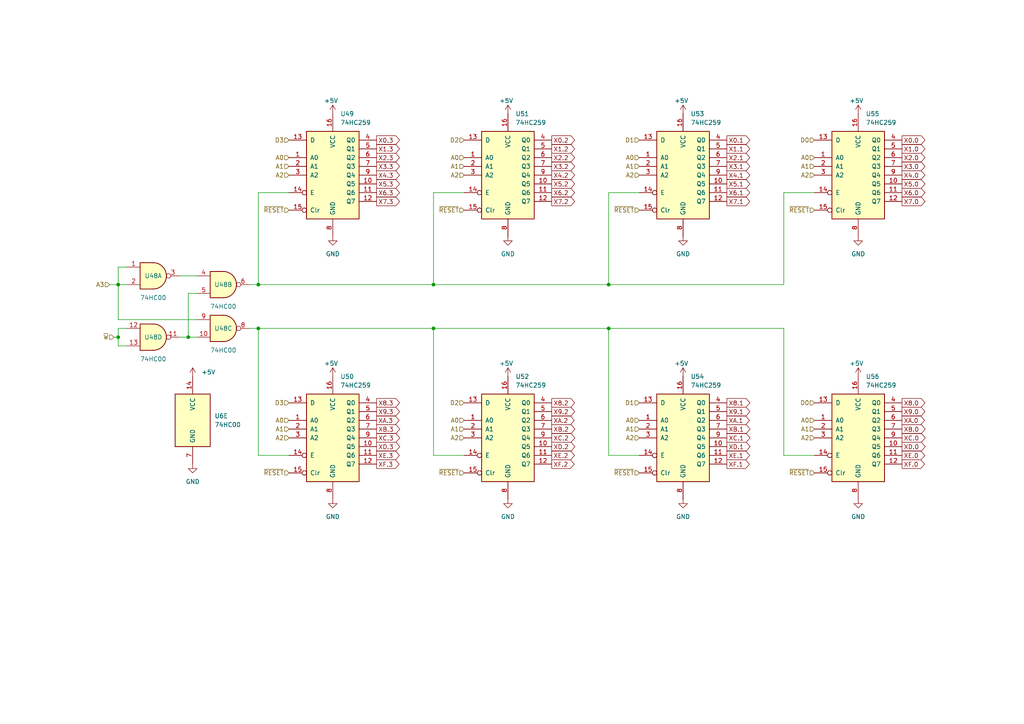
<source format=kicad_sch>
(kicad_sch (version 20250114) (generator "eeschema") (generator_version "9.0")
  (paper "A4")
  (lib_symbols
    (symbol "74xx:74HC00" (pin_names (offset 1.016))
      (property "Reference" "U" (at 0 1.27 0))
      (property "Value" "74HC00" (at 0 -1.27 0))
      (symbol "74HC00_1_1"
        (arc (start 0 3.81) (mid 3.7934 0) (end 0 -3.81) (stroke (width 0.254)) (fill (type background)))
        (polyline (pts (xy 0 3.81) (xy -3.81 3.81) (xy -3.81 -3.81) (xy 0 -3.81)) (stroke (width 0.254)) (fill (type background)))
        (pin input line (at -7.62 2.54 0) (length 3.81) (name "~") (number "1"))
        (pin input line (at -7.62 -2.54 0) (length 3.81) (name "~") (number "2"))
        (pin output inverted (at 7.62 0 180) (length 3.81) (name "~") (number "3"))
      )
      (symbol "74HC00_1_2"
        (arc (start -3.81 3.81) (mid -2.589 0) (end -3.81 -3.81) (stroke (width 0.254)))
        (polyline (pts (xy -3.81 3.81) (xy -0.635 3.81)) (stroke (width 0.254)) (fill (type background)))
        (polyline (pts (xy -3.81 -3.81) (xy -0.635 -3.81)) (stroke (width 0.254)) (fill (type background)))
        (arc (start 3.81 0) (mid 2.1855 -2.584) (end -0.6096 -3.81) (stroke (width 0.254)) (fill (type background)))
        (arc (start -0.6096 3.81) (mid 2.1928 2.5924) (end 3.81 0) (stroke (width 0.254)) (fill (type background)))
        (polyline (pts (xy -0.635 3.81) (xy -3.81 3.81) (xy -3.81 3.81) (xy -3.556 3.4036) (xy -3.0226 2.2606) (xy -2.6924 1.0414) (xy -2.6162 -0.254) (xy -2.7686 -1.4986) (xy -3.175 -2.7178) (xy -3.81 -3.81) (xy -3.81 -3.81) (xy -0.635 -3.81)) (stroke (width -25.4)) (fill (type background)))
        (pin input inverted (at -7.62 2.54 0) (length 4.318) (name "~") (number "1"))
        (pin input inverted (at -7.62 -2.54 0) (length 4.318) (name "~") (number "2"))
        (pin output line (at 7.62 0 180) (length 3.81) (name "~") (number "3"))
      )
      (symbol "74HC00_2_1"
        (arc (start 0 3.81) (mid 3.7934 0) (end 0 -3.81) (stroke (width 0.254)) (fill (type background)))
        (polyline (pts (xy 0 3.81) (xy -3.81 3.81) (xy -3.81 -3.81) (xy 0 -3.81)) (stroke (width 0.254)) (fill (type background)))
        (pin input line (at -7.62 2.54 0) (length 3.81) (name "~") (number "4"))
        (pin input line (at -7.62 -2.54 0) (length 3.81) (name "~") (number "5"))
        (pin output inverted (at 7.62 0 180) (length 3.81) (name "~") (number "6"))
      )
      (symbol "74HC00_2_2"
        (arc (start -3.81 3.81) (mid -2.589 0) (end -3.81 -3.81) (stroke (width 0.254)))
        (polyline (pts (xy -3.81 3.81) (xy -0.635 3.81)) (stroke (width 0.254)) (fill (type background)))
        (polyline (pts (xy -3.81 -3.81) (xy -0.635 -3.81)) (stroke (width 0.254)) (fill (type background)))
        (arc (start 3.81 0) (mid 2.1855 -2.584) (end -0.6096 -3.81) (stroke (width 0.254)) (fill (type background)))
        (arc (start -0.6096 3.81) (mid 2.1928 2.5924) (end 3.81 0) (stroke (width 0.254)) (fill (type background)))
        (polyline (pts (xy -0.635 3.81) (xy -3.81 3.81) (xy -3.81 3.81) (xy -3.556 3.4036) (xy -3.0226 2.2606) (xy -2.6924 1.0414) (xy -2.6162 -0.254) (xy -2.7686 -1.4986) (xy -3.175 -2.7178) (xy -3.81 -3.81) (xy -3.81 -3.81) (xy -0.635 -3.81)) (stroke (width -25.4)) (fill (type background)))
        (pin input inverted (at -7.62 2.54 0) (length 4.318) (name "~") (number "4"))
        (pin input inverted (at -7.62 -2.54 0) (length 4.318) (name "~") (number "5"))
        (pin output line (at 7.62 0 180) (length 3.81) (name "~") (number "6"))
      )
      (symbol "74HC00_3_1"
        (arc (start 0 3.81) (mid 3.7934 0) (end 0 -3.81) (stroke (width 0.254)) (fill (type background)))
        (polyline (pts (xy 0 3.81) (xy -3.81 3.81) (xy -3.81 -3.81) (xy 0 -3.81)) (stroke (width 0.254)) (fill (type background)))
        (pin input line (at -7.62 2.54 0) (length 3.81) (name "~") (number "9"))
        (pin input line (at -7.62 -2.54 0) (length 3.81) (name "~") (number "10"))
        (pin output inverted (at 7.62 0 180) (length 3.81) (name "~") (number "8"))
      )
      (symbol "74HC00_3_2"
        (arc (start -3.81 3.81) (mid -2.589 0) (end -3.81 -3.81) (stroke (width 0.254)))
        (polyline (pts (xy -3.81 3.81) (xy -0.635 3.81)) (stroke (width 0.254)) (fill (type background)))
        (polyline (pts (xy -3.81 -3.81) (xy -0.635 -3.81)) (stroke (width 0.254)) (fill (type background)))
        (arc (start 3.81 0) (mid 2.1855 -2.584) (end -0.6096 -3.81) (stroke (width 0.254)) (fill (type background)))
        (arc (start -0.6096 3.81) (mid 2.1928 2.5924) (end 3.81 0) (stroke (width 0.254)) (fill (type background)))
        (polyline (pts (xy -0.635 3.81) (xy -3.81 3.81) (xy -3.81 3.81) (xy -3.556 3.4036) (xy -3.0226 2.2606) (xy -2.6924 1.0414) (xy -2.6162 -0.254) (xy -2.7686 -1.4986) (xy -3.175 -2.7178) (xy -3.81 -3.81) (xy -3.81 -3.81) (xy -0.635 -3.81)) (stroke (width -25.4)) (fill (type background)))
        (pin input inverted (at -7.62 2.54 0) (length 4.318) (name "~") (number "9"))
        (pin input inverted (at -7.62 -2.54 0) (length 4.318) (name "~") (number "10"))
        (pin output line (at 7.62 0 180) (length 3.81) (name "~") (number "8"))
      )
      (symbol "74HC00_4_1"
        (arc (start 0 3.81) (mid 3.7934 0) (end 0 -3.81) (stroke (width 0.254)) (fill (type background)))
        (polyline (pts (xy 0 3.81) (xy -3.81 3.81) (xy -3.81 -3.81) (xy 0 -3.81)) (stroke (width 0.254)) (fill (type background)))
        (pin input line (at -7.62 2.54 0) (length 3.81) (name "~") (number "12"))
        (pin input line (at -7.62 -2.54 0) (length 3.81) (name "~") (number "13"))
        (pin output inverted (at 7.62 0 180) (length 3.81) (name "~") (number "11"))
      )
      (symbol "74HC00_4_2"
        (arc (start -3.81 3.81) (mid -2.589 0) (end -3.81 -3.81) (stroke (width 0.254)))
        (polyline (pts (xy -3.81 3.81) (xy -0.635 3.81)) (stroke (width 0.254)) (fill (type background)))
        (polyline (pts (xy -3.81 -3.81) (xy -0.635 -3.81)) (stroke (width 0.254)) (fill (type background)))
        (arc (start 3.81 0) (mid 2.1855 -2.584) (end -0.6096 -3.81) (stroke (width 0.254)) (fill (type background)))
        (arc (start -0.6096 3.81) (mid 2.1928 2.5924) (end 3.81 0) (stroke (width 0.254)) (fill (type background)))
        (polyline (pts (xy -0.635 3.81) (xy -3.81 3.81) (xy -3.81 3.81) (xy -3.556 3.4036) (xy -3.0226 2.2606) (xy -2.6924 1.0414) (xy -2.6162 -0.254) (xy -2.7686 -1.4986) (xy -3.175 -2.7178) (xy -3.81 -3.81) (xy -3.81 -3.81) (xy -0.635 -3.81)) (stroke (width -25.4)) (fill (type background)))
        (pin input inverted (at -7.62 2.54 0) (length 4.318) (name "~") (number "12"))
        (pin input inverted (at -7.62 -2.54 0) (length 4.318) (name "~") (number "13"))
        (pin output line (at 7.62 0 180) (length 3.81) (name "~") (number "11"))
      )
      (symbol "74HC00_5_0"
        (pin power_in line (at 0 12.7 270) (length 5.08) (name "VCC") (number "14"))
        (pin power_in line (at 0 -12.7 90) (length 5.08) (name "GND") (number "7"))
      )
      (symbol "74HC00_5_1"
        (rectangle (start -5.08 7.62) (end 5.08 -7.62) (stroke (width 0.254)) (fill (type background)))
      )
    )
    (symbol "74xx:74LS259" (pin_names (offset 1.016))
      (property "Reference" "U" (at -7.62 13.97 0))
      (property "Value" "74LS259" (at -7.62 -13.97 0))
      (symbol "74LS259_1_0"
        (pin input line (at -12.7 10.16 0) (length 5.08) (name "D") (number "13"))
        (pin input line (at -12.7 5.08 0) (length 5.08) (name "A0") (number "1"))
        (pin input line (at -12.7 2.54 0) (length 5.08) (name "A1") (number "2"))
        (pin input line (at -12.7 0 0) (length 5.08) (name "A2") (number "3"))
        (pin input inverted (at -12.7 -5.08 0) (length 5.08) (name "E") (number "14"))
        (pin input inverted (at -12.7 -10.16 0) (length 5.08) (name "Clr") (number "15"))
        (pin power_in line (at 0 17.78 270) (length 5.08) (name "VCC") (number "16"))
        (pin power_in line (at 0 -17.78 90) (length 5.08) (name "GND") (number "8"))
        (pin output line (at 12.7 10.16 180) (length 5.08) (name "Q0") (number "4"))
        (pin output line (at 12.7 7.62 180) (length 5.08) (name "Q1") (number "5"))
        (pin output line (at 12.7 5.08 180) (length 5.08) (name "Q2") (number "6"))
        (pin output line (at 12.7 2.54 180) (length 5.08) (name "Q3") (number "7"))
        (pin output line (at 12.7 0 180) (length 5.08) (name "Q4") (number "9"))
        (pin output line (at 12.7 -2.54 180) (length 5.08) (name "Q5") (number "10"))
        (pin output line (at 12.7 -5.08 180) (length 5.08) (name "Q6") (number "11"))
        (pin output line (at 12.7 -7.62 180) (length 5.08) (name "Q7") (number "12"))
      )
      (symbol "74LS259_1_1"
        (rectangle (start -7.62 12.7) (end 7.62 -12.7) (stroke (width 0.254)) (fill (type background)))
      )
    )
    (symbol "power:+5V" (power) (pin_numbers (hide yes)) (pin_names (offset 0) (hide yes))
      (property "Value" "+5V" (at 0 3.556 0))
      (symbol "+5V_0_1"
        (polyline (pts (xy -0.762 1.27) (xy 0 2.54)))
        (polyline (pts (xy 0 2.54) (xy 0.762 1.27)))
        (polyline (pts (xy 0 0) (xy 0 2.54)))
      )
      (symbol "+5V_1_1"
        (pin power_in line (at 0 0 90) (length 0) (name "~") (number "1"))
      )
    )
    (symbol "power:GND" (power) (pin_numbers (hide yes)) (pin_names (offset 0) (hide yes))
      (property "Value" "GND" (at 0 -3.81 0))
      (symbol "GND_0_1"
        (polyline (pts (xy 0 0) (xy 0 -1.27) (xy 1.27 -1.27) (xy 0 -2.54) (xy -1.27 -1.27) (xy 0 -1.27)))
      )
      (symbol "GND_1_1"
        (pin power_in line (at 0 0 270) (length 0) (name "~") (number "1"))
      )
    )
  )
  (junction (at 74.93 82.55))
  (junction (at 125.73 82.55))
  (junction (at 176.53 95.25))
  (junction (at 74.93 95.25))
  (junction (at 34.29 97.79))
  (junction (at 176.53 82.55))
  (junction (at 54.61 97.79))
  (junction (at 125.73 95.25))
  (junction (at 34.29 82.55))
  (wire (pts (xy 125.73 95.25) (xy 125.73 132.08)))
  (wire (pts (xy 74.93 55.88) (xy 74.93 82.55)))
  (wire (pts (xy 74.93 82.55) (xy 72.39 82.55)))
  (wire (pts (xy 74.93 95.25) (xy 125.73 95.25)))
  (wire (pts (xy 34.29 95.25) (xy 34.29 97.79)))
  (wire (pts (xy 125.73 82.55) (xy 74.93 82.55)))
  (wire (pts (xy 125.73 132.08) (xy 134.62 132.08)))
  (wire (pts (xy 34.29 92.71) (xy 57.15 92.71)))
  (wire (pts (xy 83.82 55.88) (xy 74.93 55.88)))
  (wire (pts (xy 125.73 95.25) (xy 176.53 95.25)))
  (wire (pts (xy 52.07 80.01) (xy 57.15 80.01)))
  (wire (pts (xy 134.62 55.88) (xy 125.73 55.88)))
  (wire (pts (xy 176.53 95.25) (xy 176.53 132.08)))
  (wire (pts (xy 34.29 97.79) (xy 34.29 100.33)))
  (wire (pts (xy 54.61 85.09) (xy 57.15 85.09)))
  (wire (pts (xy 176.53 132.08) (xy 185.42 132.08)))
  (wire (pts (xy 34.29 77.47) (xy 36.83 77.47)))
  (wire (pts (xy 36.83 82.55) (xy 34.29 82.55)))
  (wire (pts (xy 54.61 97.79) (xy 57.15 97.79)))
  (wire (pts (xy 176.53 55.88) (xy 176.53 82.55)))
  (wire (pts (xy 176.53 95.25) (xy 227.33 95.25)))
  (wire (pts (xy 54.61 85.09) (xy 54.61 97.79)))
  (wire (pts (xy 125.73 55.88) (xy 125.73 82.55)))
  (wire (pts (xy 54.61 97.79) (xy 52.07 97.79)))
  (wire (pts (xy 185.42 55.88) (xy 176.53 55.88)))
  (wire (pts (xy 227.33 95.25) (xy 227.33 132.08)))
  (wire (pts (xy 34.29 82.55) (xy 34.29 77.47)))
  (wire (pts (xy 31.75 82.55) (xy 34.29 82.55)))
  (wire (pts (xy 33.02 97.79) (xy 34.29 97.79)))
  (wire (pts (xy 74.93 132.08) (xy 83.82 132.08)))
  (wire (pts (xy 34.29 82.55) (xy 34.29 92.71)))
  (wire (pts (xy 227.33 82.55) (xy 176.53 82.55)))
  (wire (pts (xy 36.83 95.25) (xy 34.29 95.25)))
  (wire (pts (xy 72.39 95.25) (xy 74.93 95.25)))
  (wire (pts (xy 176.53 82.55) (xy 125.73 82.55)))
  (wire (pts (xy 227.33 132.08) (xy 236.22 132.08)))
  (wire (pts (xy 74.93 95.25) (xy 74.93 132.08)))
  (wire (pts (xy 227.33 55.88) (xy 227.33 82.55)))
  (wire (pts (xy 236.22 55.88) (xy 227.33 55.88)))
  (wire (pts (xy 34.29 100.33) (xy 36.83 100.33)))
  (global_label "X7.2" (shape output) (at 160.02 58.42 0) (property "Intersheetrefs" "${INTERSHEET_REFS}" (effects (hide yes))))
  (global_label "X2.1" (shape output) (at 210.82 45.72 0) (property "Intersheetrefs" "${INTERSHEET_REFS}" (effects (hide yes))))
  (global_label "X8.2" (shape output) (at 160.02 116.84 0) (property "Intersheetrefs" "${INTERSHEET_REFS}" (effects (hide yes))))
  (global_label "X1.1" (shape output) (at 210.82 43.18 0) (property "Intersheetrefs" "${INTERSHEET_REFS}" (effects (hide yes))))
  (global_label "X4.2" (shape output) (at 160.02 50.8 0) (property "Intersheetrefs" "${INTERSHEET_REFS}" (effects (hide yes))))
  (global_label "X5.0" (shape output) (at 261.62 53.34 0) (property "Intersheetrefs" "${INTERSHEET_REFS}" (effects (hide yes))))
  (global_label "X4.3" (shape output) (at 109.22 50.8 0) (property "Intersheetrefs" "${INTERSHEET_REFS}" (effects (hide yes))))
  (global_label "X9.1" (shape output) (at 210.82 119.38 0) (property "Intersheetrefs" "${INTERSHEET_REFS}" (effects (hide yes))))
  (global_label "X9.3" (shape output) (at 109.22 119.38 0) (property "Intersheetrefs" "${INTERSHEET_REFS}" (effects (hide yes))))
  (global_label "X7.0" (shape output) (at 261.62 58.42 0) (property "Intersheetrefs" "${INTERSHEET_REFS}" (effects (hide yes))))
  (global_label "XE.2" (shape output) (at 160.02 132.08 0) (property "Intersheetrefs" "${INTERSHEET_REFS}" (effects (hide yes))))
  (global_label "X5.2" (shape output) (at 160.02 53.34 0) (property "Intersheetrefs" "${INTERSHEET_REFS}" (effects (hide yes))))
  (global_label "XA.2" (shape output) (at 160.02 121.92 0) (property "Intersheetrefs" "${INTERSHEET_REFS}" (effects (hide yes))))
  (global_label "XA.1" (shape output) (at 210.82 121.92 0) (property "Intersheetrefs" "${INTERSHEET_REFS}" (effects (hide yes))))
  (global_label "X1.3" (shape output) (at 109.22 43.18 0) (property "Intersheetrefs" "${INTERSHEET_REFS}" (effects (hide yes))))
  (global_label "X6.3" (shape output) (at 109.22 55.88 0) (property "Intersheetrefs" "${INTERSHEET_REFS}" (effects (hide yes))))
  (global_label "X3.2" (shape output) (at 160.02 48.26 0) (property "Intersheetrefs" "${INTERSHEET_REFS}" (effects (hide yes))))
  (global_label "X8.3" (shape output) (at 109.22 116.84 0) (property "Intersheetrefs" "${INTERSHEET_REFS}" (effects (hide yes))))
  (global_label "XD.3" (shape output) (at 109.22 129.54 0) (property "Intersheetrefs" "${INTERSHEET_REFS}" (effects (hide yes))))
  (global_label "XF.1" (shape output) (at 210.82 134.62 0) (property "Intersheetrefs" "${INTERSHEET_REFS}" (effects (hide yes))))
  (global_label "X8.1" (shape output) (at 210.82 116.84 0) (property "Intersheetrefs" "${INTERSHEET_REFS}" (effects (hide yes))))
  (global_label "XA.0" (shape output) (at 261.62 121.92 0) (property "Intersheetrefs" "${INTERSHEET_REFS}" (effects (hide yes))))
  (global_label "XF.0" (shape output) (at 261.62 134.62 0) (property "Intersheetrefs" "${INTERSHEET_REFS}" (effects (hide yes))))
  (global_label "X4.0" (shape output) (at 261.62 50.8 0) (property "Intersheetrefs" "${INTERSHEET_REFS}" (effects (hide yes))))
  (global_label "X9.2" (shape output) (at 160.02 119.38 0) (property "Intersheetrefs" "${INTERSHEET_REFS}" (effects (hide yes))))
  (global_label "XD.0" (shape output) (at 261.62 129.54 0) (property "Intersheetrefs" "${INTERSHEET_REFS}" (effects (hide yes))))
  (global_label "X7.3" (shape output) (at 109.22 58.42 0) (property "Intersheetrefs" "${INTERSHEET_REFS}" (effects (hide yes))))
  (global_label "XB.3" (shape output) (at 109.22 124.46 0) (property "Intersheetrefs" "${INTERSHEET_REFS}" (effects (hide yes))))
  (global_label "XE.0" (shape output) (at 261.62 132.08 0) (property "Intersheetrefs" "${INTERSHEET_REFS}" (effects (hide yes))))
  (global_label "XB.0" (shape output) (at 261.62 124.46 0) (property "Intersheetrefs" "${INTERSHEET_REFS}" (effects (hide yes))))
  (global_label "XF.3" (shape output) (at 109.22 134.62 0) (property "Intersheetrefs" "${INTERSHEET_REFS}" (effects (hide yes))))
  (global_label "XA.3" (shape output) (at 109.22 121.92 0) (property "Intersheetrefs" "${INTERSHEET_REFS}" (effects (hide yes))))
  (global_label "XC.3" (shape output) (at 109.22 127 0) (property "Intersheetrefs" "${INTERSHEET_REFS}" (effects (hide yes))))
  (global_label "X3.0" (shape output) (at 261.62 48.26 0) (property "Intersheetrefs" "${INTERSHEET_REFS}" (effects (hide yes))))
  (global_label "X1.0" (shape output) (at 261.62 43.18 0) (property "Intersheetrefs" "${INTERSHEET_REFS}" (effects (hide yes))))
  (global_label "X6.1" (shape output) (at 210.82 55.88 0) (property "Intersheetrefs" "${INTERSHEET_REFS}" (effects (hide yes))))
  (global_label "XD.1" (shape output) (at 210.82 129.54 0) (property "Intersheetrefs" "${INTERSHEET_REFS}" (effects (hide yes))))
  (global_label "X0.0" (shape output) (at 261.62 40.64 0) (property "Intersheetrefs" "${INTERSHEET_REFS}" (effects (hide yes))))
  (global_label "XB.1" (shape output) (at 210.82 124.46 0) (property "Intersheetrefs" "${INTERSHEET_REFS}" (effects (hide yes))))
  (global_label "XE.1" (shape output) (at 210.82 132.08 0) (property "Intersheetrefs" "${INTERSHEET_REFS}" (effects (hide yes))))
  (global_label "XF.2" (shape output) (at 160.02 134.62 0) (property "Intersheetrefs" "${INTERSHEET_REFS}" (effects (hide yes))))
  (global_label "X2.2" (shape output) (at 160.02 45.72 0) (property "Intersheetrefs" "${INTERSHEET_REFS}" (effects (hide yes))))
  (global_label "XB.2" (shape output) (at 160.02 124.46 0) (property "Intersheetrefs" "${INTERSHEET_REFS}" (effects (hide yes))))
  (global_label "X6.2" (shape output) (at 160.02 55.88 0) (property "Intersheetrefs" "${INTERSHEET_REFS}" (effects (hide yes))))
  (global_label "X7.1" (shape output) (at 210.82 58.42 0) (property "Intersheetrefs" "${INTERSHEET_REFS}" (effects (hide yes))))
  (global_label "X4.1" (shape output) (at 210.82 50.8 0) (property "Intersheetrefs" "${INTERSHEET_REFS}" (effects (hide yes))))
  (global_label "XD.2" (shape output) (at 160.02 129.54 0) (property "Intersheetrefs" "${INTERSHEET_REFS}" (effects (hide yes))))
  (global_label "X2.3" (shape output) (at 109.22 45.72 0) (property "Intersheetrefs" "${INTERSHEET_REFS}" (effects (hide yes))))
  (global_label "X9.0" (shape output) (at 261.62 119.38 0) (property "Intersheetrefs" "${INTERSHEET_REFS}" (effects (hide yes))))
  (global_label "XC.0" (shape output) (at 261.62 127 0) (property "Intersheetrefs" "${INTERSHEET_REFS}" (effects (hide yes))))
  (global_label "XC.2" (shape output) (at 160.02 127 0) (property "Intersheetrefs" "${INTERSHEET_REFS}" (effects (hide yes))))
  (global_label "X0.1" (shape output) (at 210.82 40.64 0) (property "Intersheetrefs" "${INTERSHEET_REFS}" (effects (hide yes))))
  (global_label "XE.3" (shape output) (at 109.22 132.08 0) (property "Intersheetrefs" "${INTERSHEET_REFS}" (effects (hide yes))))
  (global_label "XC.1" (shape output) (at 210.82 127 0) (property "Intersheetrefs" "${INTERSHEET_REFS}" (effects (hide yes))))
  (global_label "X3.3" (shape output) (at 109.22 48.26 0) (property "Intersheetrefs" "${INTERSHEET_REFS}" (effects (hide yes))))
  (global_label "X0.3" (shape output) (at 109.22 40.64 0) (property "Intersheetrefs" "${INTERSHEET_REFS}" (effects (hide yes))))
  (global_label "X2.0" (shape output) (at 261.62 45.72 0) (property "Intersheetrefs" "${INTERSHEET_REFS}" (effects (hide yes))))
  (global_label "X3.1" (shape output) (at 210.82 48.26 0) (property "Intersheetrefs" "${INTERSHEET_REFS}" (effects (hide yes))))
  (global_label "X5.3" (shape output) (at 109.22 53.34 0) (property "Intersheetrefs" "${INTERSHEET_REFS}" (effects (hide yes))))
  (global_label "X5.1" (shape output) (at 210.82 53.34 0) (property "Intersheetrefs" "${INTERSHEET_REFS}" (effects (hide yes))))
  (global_label "X0.2" (shape output) (at 160.02 40.64 0) (property "Intersheetrefs" "${INTERSHEET_REFS}" (effects (hide yes))))
  (global_label "X8.0" (shape output) (at 261.62 116.84 0) (property "Intersheetrefs" "${INTERSHEET_REFS}" (effects (hide yes))))
  (global_label "X1.2" (shape output) (at 160.02 43.18 0) (property "Intersheetrefs" "${INTERSHEET_REFS}" (effects (hide yes))))
  (global_label "X6.0" (shape output) (at 261.62 55.88 0) (property "Intersheetrefs" "${INTERSHEET_REFS}" (effects (hide yes))))
  (hierarchical_label "A1" (shape input) (at 83.82 48.26 180))
  (hierarchical_label "A2" (shape input) (at 83.82 127 180))
  (hierarchical_label "~{RESET}" (shape input) (at 236.22 60.96 180))
  (hierarchical_label "A0" (shape input) (at 83.82 121.92 180))
  (hierarchical_label "~{RESET}" (shape input) (at 134.62 137.16 180))
  (hierarchical_label "A0" (shape input) (at 134.62 121.92 180))
  (hierarchical_label "~{RESET}" (shape input) (at 83.82 137.16 180))
  (hierarchical_label "A2" (shape input) (at 185.42 50.8 180))
  (hierarchical_label "A0" (shape input) (at 236.22 121.92 180))
  (hierarchical_label "~{RESET}" (shape input) (at 236.22 137.16 180))
  (hierarchical_label "A0" (shape input) (at 83.82 45.72 180))
  (hierarchical_label "A0" (shape input) (at 236.22 45.72 180))
  (hierarchical_label "~{W}" (shape input) (at 33.02 97.79 180))
  (hierarchical_label "D1" (shape input) (at 185.42 116.84 180))
  (hierarchical_label "D0" (shape input) (at 236.22 40.64 180))
  (hierarchical_label "A2" (shape input) (at 236.22 127 180))
  (hierarchical_label "A1" (shape input) (at 236.22 124.46 180))
  (hierarchical_label "~{RESET}" (shape input) (at 185.42 137.16 180))
  (hierarchical_label "A2" (shape input) (at 185.42 127 180))
  (hierarchical_label "D3" (shape input) (at 83.82 40.64 180))
  (hierarchical_label "A0" (shape input) (at 185.42 121.92 180))
  (hierarchical_label "A2" (shape input) (at 236.22 50.8 180))
  (hierarchical_label "A1" (shape input) (at 134.62 48.26 180))
  (hierarchical_label "A1" (shape input) (at 83.82 124.46 180))
  (hierarchical_label "A1" (shape input) (at 185.42 48.26 180))
  (hierarchical_label "A2" (shape input) (at 134.62 50.8 180))
  (hierarchical_label "D1" (shape input) (at 185.42 40.64 180))
  (hierarchical_label "A1" (shape input) (at 185.42 124.46 180))
  (hierarchical_label "D2" (shape input) (at 134.62 116.84 180))
  (hierarchical_label "A2" (shape input) (at 83.82 50.8 180))
  (hierarchical_label "A3" (shape input) (at 31.75 82.55 180))
  (hierarchical_label "~{RESET}" (shape input) (at 185.42 60.96 180))
  (hierarchical_label "~{RESET}" (shape input) (at 134.62 60.96 180))
  (hierarchical_label "D2" (shape input) (at 134.62 40.64 180))
  (hierarchical_label "A0" (shape input) (at 185.42 45.72 180))
  (hierarchical_label "~{RESET}" (shape input) (at 83.82 60.96 180))
  (hierarchical_label "D0" (shape input) (at 236.22 116.84 180))
  (hierarchical_label "A0" (shape input) (at 134.62 45.72 180))
  (hierarchical_label "A2" (shape input) (at 134.62 127 180))
  (hierarchical_label "A1" (shape input) (at 134.62 124.46 180))
  (hierarchical_label "D3" (shape input) (at 83.82 116.84 180))
  (hierarchical_label "A1" (shape input) (at 236.22 48.26 180))
  (symbol (lib_id "power:GND") (at 147.32 68.58 0) (unit 1)
    (property "Reference" "#PWR0191" (effects (hide yes)))
    (property "Value" "GND" (at 147.32 73.66 0))
    (property "Description" "Power symbol creates a global label with name \"GND\" , ground" (effects (hide yes)))
  )
  (symbol (lib_id "power:GND") (at 198.12 68.58 0) (unit 1)
    (property "Reference" "#PWR0195" (effects (hide yes)))
    (property "Value" "GND" (at 198.12 73.66 0))
    (property "Description" "Power symbol creates a global label with name \"GND\" , ground" (effects (hide yes)))
  )
  (symbol (lib_id "power:GND") (at 147.32 144.78 0) (unit 1)
    (property "Reference" "#PWR0193" (effects (hide yes)))
    (property "Value" "GND" (at 147.32 149.86 0))
    (property "Description" "Power symbol creates a global label with name \"GND\" , ground" (effects (hide yes)))
  )
  (symbol (lib_id "power:GND") (at 55.88 134.62 0) (unit 1)
    (property "Reference" "#PWR0185" (effects (hide yes)))
    (property "Value" "GND" (at 55.88 139.7 0))
    (property "Description" "Power symbol creates a global label with name \"GND\" , ground" (effects (hide yes)))
  )
  (symbol (lib_id "74xx:74HC00") (at 44.45 80.01 0) (unit 1)
    (property "Reference" "U48" (at 44.45 80.01 0))
    (property "Value" "74HC00" (at 44.45 86.36 0))
    (property "Datasheet" "http://www.ti.com/lit/gpn/sn74hc00" (effects (hide yes)))
    (property "Description" "quad 2-input NAND gate" (effects (hide yes)))
  )
  (symbol (lib_id "power:GND") (at 248.92 68.58 0) (unit 1)
    (property "Reference" "#PWR0199" (effects (hide yes)))
    (property "Value" "GND" (at 248.92 73.66 0))
    (property "Description" "Power symbol creates a global label with name \"GND\" , ground" (effects (hide yes)))
  )
  (symbol (lib_id "power:+5V") (at 198.12 33.02 0) (unit 1)
    (property "Reference" "#PWR0194" (effects (hide yes)))
    (property "Value" "+5V" (at 195.58 29.21 0) (effects (justify left)))
    (property "Description" "Power symbol creates a global label with name \"+5V\"" (effects (hide yes)))
  )
  (symbol (lib_id "74xx:74LS259") (at 147.32 127 0) (unit 1)
    (property "Reference" "U52" (at 149.5141 109.22 0) (effects (justify left)))
    (property "Value" "74HC259" (at 149.5141 111.76 0) (effects (justify left)))
    (property "Datasheet" "http://www.ti.com/lit/gpn/sn74LS259" (effects (hide yes)))
    (property "Description" "8-bit addressable latch" (effects (hide yes)))
  )
  (symbol (lib_id "74xx:74LS259") (at 248.92 127 0) (unit 1)
    (property "Reference" "U56" (at 251.1141 109.22 0) (effects (justify left)))
    (property "Value" "74HC259" (at 251.1141 111.76 0) (effects (justify left)))
    (property "Datasheet" "http://www.ti.com/lit/gpn/sn74LS259" (effects (hide yes)))
    (property "Description" "8-bit addressable latch" (effects (hide yes)))
  )
  (symbol (lib_id "power:+5V") (at 147.32 109.22 0) (unit 1)
    (property "Reference" "#PWR0192" (effects (hide yes)))
    (property "Value" "+5V" (at 144.78 105.41 0) (effects (justify left)))
    (property "Description" "Power symbol creates a global label with name \"+5V\"" (effects (hide yes)))
  )
  (symbol (lib_id "power:GND") (at 96.52 144.78 0) (unit 1)
    (property "Reference" "#PWR0189" (effects (hide yes)))
    (property "Value" "GND" (at 96.52 149.86 0))
    (property "Description" "Power symbol creates a global label with name \"GND\" , ground" (effects (hide yes)))
  )
  (symbol (lib_id "74xx:74HC00") (at 64.77 82.55 0) (unit 2)
    (property "Reference" "U48" (at 64.77 82.55 0))
    (property "Value" "74HC00" (at 64.77 88.9 0))
    (property "Datasheet" "http://www.ti.com/lit/gpn/sn74hc00" (effects (hide yes)))
    (property "Description" "quad 2-input NAND gate" (effects (hide yes)))
  )
  (symbol (lib_id "74xx:74LS259") (at 198.12 127 0) (unit 1)
    (property "Reference" "U54" (at 200.3141 109.22 0) (effects (justify left)))
    (property "Value" "74HC259" (at 200.3141 111.76 0) (effects (justify left)))
    (property "Datasheet" "http://www.ti.com/lit/gpn/sn74LS259" (effects (hide yes)))
    (property "Description" "8-bit addressable latch" (effects (hide yes)))
  )
  (symbol (lib_id "74xx:74LS259") (at 198.12 50.8 0) (unit 1)
    (property "Reference" "U53" (at 200.3141 33.02 0) (effects (justify left)))
    (property "Value" "74HC259" (at 200.3141 35.56 0) (effects (justify left)))
    (property "Datasheet" "http://www.ti.com/lit/gpn/sn74LS259" (effects (hide yes)))
    (property "Description" "8-bit addressable latch" (effects (hide yes)))
  )
  (symbol (lib_id "74xx:74LS259") (at 96.52 127 0) (unit 1)
    (property "Reference" "U50" (at 98.7141 109.22 0) (effects (justify left)))
    (property "Value" "74HC259" (at 98.7141 111.76 0) (effects (justify left)))
    (property "Datasheet" "http://www.ti.com/lit/gpn/sn74LS259" (effects (hide yes)))
    (property "Description" "8-bit addressable latch" (effects (hide yes)))
  )
  (symbol (lib_id "power:GND") (at 96.52 68.58 0) (unit 1)
    (property "Reference" "#PWR0187" (effects (hide yes)))
    (property "Value" "GND" (at 96.52 73.66 0))
    (property "Description" "Power symbol creates a global label with name \"GND\" , ground" (effects (hide yes)))
  )
  (symbol (lib_id "power:+5V") (at 248.92 109.22 0) (unit 1)
    (property "Reference" "#PWR0200" (effects (hide yes)))
    (property "Value" "+5V" (at 246.38 105.41 0) (effects (justify left)))
    (property "Description" "Power symbol creates a global label with name \"+5V\"" (effects (hide yes)))
  )
  (symbol (lib_id "74xx:74LS259") (at 96.52 50.8 0) (unit 1)
    (property "Reference" "U49" (at 98.7141 33.02 0) (effects (justify left)))
    (property "Value" "74HC259" (at 98.7141 35.56 0) (effects (justify left)))
    (property "Datasheet" "http://www.ti.com/lit/gpn/sn74LS259" (effects (hide yes)))
    (property "Description" "8-bit addressable latch" (effects (hide yes)))
  )
  (symbol (lib_id "74xx:74LS259") (at 147.32 50.8 0) (unit 1)
    (property "Reference" "U51" (at 149.5141 33.02 0) (effects (justify left)))
    (property "Value" "74HC259" (at 149.5141 35.56 0) (effects (justify left)))
    (property "Datasheet" "http://www.ti.com/lit/gpn/sn74LS259" (effects (hide yes)))
    (property "Description" "8-bit addressable latch" (effects (hide yes)))
  )
  (symbol (lib_id "power:GND") (at 198.12 144.78 0) (unit 1)
    (property "Reference" "#PWR0197" (effects (hide yes)))
    (property "Value" "GND" (at 198.12 149.86 0))
    (property "Description" "Power symbol creates a global label with name \"GND\" , ground" (effects (hide yes)))
  )
  (symbol (lib_id "power:+5V") (at 147.32 33.02 0) (unit 1)
    (property "Reference" "#PWR0190" (effects (hide yes)))
    (property "Value" "+5V" (at 144.78 29.21 0) (effects (justify left)))
    (property "Description" "Power symbol creates a global label with name \"+5V\"" (effects (hide yes)))
  )
  (symbol (lib_id "power:GND") (at 248.92 144.78 0) (unit 1)
    (property "Reference" "#PWR0201" (effects (hide yes)))
    (property "Value" "GND" (at 248.92 149.86 0))
    (property "Description" "Power symbol creates a global label with name \"GND\" , ground" (effects (hide yes)))
  )
  (symbol (lib_id "74xx:74LS259") (at 248.92 50.8 0) (unit 1)
    (property "Reference" "U55" (at 251.1141 33.02 0) (effects (justify left)))
    (property "Value" "74HC259" (at 251.1141 35.56 0) (effects (justify left)))
    (property "Datasheet" "http://www.ti.com/lit/gpn/sn74LS259" (effects (hide yes)))
    (property "Description" "8-bit addressable latch" (effects (hide yes)))
  )
  (symbol (lib_id "74xx:74HC00") (at 64.77 95.25 0) (unit 3)
    (property "Reference" "U48" (at 64.77 95.25 0))
    (property "Value" "74HC00" (at 64.77 101.6 0))
    (property "Datasheet" "http://www.ti.com/lit/gpn/sn74hc00" (effects (hide yes)))
    (property "Description" "quad 2-input NAND gate" (effects (hide yes)))
  )
  (symbol (lib_id "74xx:74HC00") (at 44.45 97.79 0) (unit 4)
    (property "Reference" "U48" (at 44.45 97.79 0))
    (property "Value" "74HC00" (at 44.45 104.14 0))
    (property "Datasheet" "http://www.ti.com/lit/gpn/sn74hc00" (effects (hide yes)))
    (property "Description" "quad 2-input NAND gate" (effects (hide yes)))
  )
  (symbol (lib_id "power:+5V") (at 55.88 109.22 0) (unit 1)
    (property "Reference" "#PWR0184" (effects (hide yes)))
    (property "Value" "+5V" (at 58.42 107.9499 0) (effects (justify left)))
    (property "Description" "Power symbol creates a global label with name \"+5V\"" (effects (hide yes)))
  )
  (symbol (lib_id "power:+5V") (at 248.92 33.02 0) (unit 1)
    (property "Reference" "#PWR0198" (effects (hide yes)))
    (property "Value" "+5V" (at 246.38 29.21 0) (effects (justify left)))
    (property "Description" "Power symbol creates a global label with name \"+5V\"" (effects (hide yes)))
  )
  (symbol (lib_id "power:+5V") (at 198.12 109.22 0) (unit 1)
    (property "Reference" "#PWR0196" (effects (hide yes)))
    (property "Value" "+5V" (at 195.58 105.41 0) (effects (justify left)))
    (property "Description" "Power symbol creates a global label with name \"+5V\"" (effects (hide yes)))
  )
  (symbol (lib_id "74xx:74HC00") (at 55.88 121.92 0) (unit 5)
    (property "Reference" "U6" (at 62.23 120.6499 0) (effects (justify left)))
    (property "Value" "74HC00" (at 62.23 123.1899 0) (effects (justify left)))
    (property "Datasheet" "http://www.ti.com/lit/gpn/sn74hc00" (effects (hide yes)))
    (property "Description" "quad 2-input NAND gate" (effects (hide yes)))
  )
  (symbol (lib_id "power:+5V") (at 96.52 33.02 0) (unit 1)
    (property "Reference" "#PWR0186" (effects (hide yes)))
    (property "Value" "+5V" (at 93.98 29.21 0) (effects (justify left)))
    (property "Description" "Power symbol creates a global label with name \"+5V\"" (effects (hide yes)))
  )
  (symbol (lib_id "power:+5V") (at 96.52 109.22 0) (unit 1)
    (property "Reference" "#PWR0188" (effects (hide yes)))
    (property "Value" "+5V" (at 93.98 105.41 0) (effects (justify left)))
    (property "Description" "Power symbol creates a global label with name \"+5V\"" (effects (hide yes)))
  )
)
</source>
